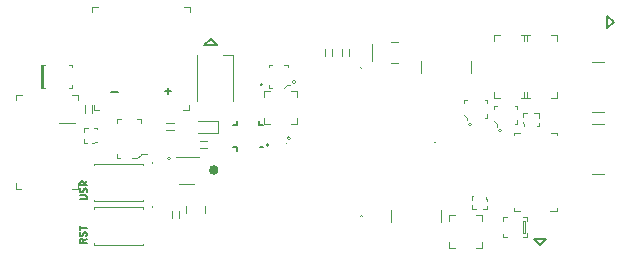
<source format=gbr>
G04 #@! TF.GenerationSoftware,KiCad,Pcbnew,5.1.4+dfsg1-1~bpo10+1*
G04 #@! TF.CreationDate,2020-01-31T15:28:30+01:00*
G04 #@! TF.ProjectId,quicklogic-quick-feather-board,71756963-6b6c-46f6-9769-632d71756963,rev?*
G04 #@! TF.SameCoordinates,Original*
G04 #@! TF.FileFunction,Legend,Top*
G04 #@! TF.FilePolarity,Positive*
%FSLAX46Y46*%
G04 Gerber Fmt 4.6, Leading zero omitted, Abs format (unit mm)*
G04 Created by KiCad (PCBNEW 5.1.4+dfsg1-1~bpo10+1) date 2020-01-31 15:28:30*
%MOMM*%
%LPD*%
G04 APERTURE LIST*
%ADD10C,0.150000*%
%ADD11C,0.100000*%
%ADD12C,0.120000*%
%ADD13C,0.200000*%
%ADD14C,0.400000*%
%ADD15C,0.127000*%
G04 APERTURE END LIST*
D10*
X131766666Y-100750000D02*
X131233333Y-100750000D01*
X136050000Y-100966666D02*
X136050000Y-100433333D01*
X136316666Y-100700000D02*
X135783333Y-100700000D01*
X129151428Y-113218571D02*
X128865714Y-113418571D01*
X129151428Y-113561428D02*
X128551428Y-113561428D01*
X128551428Y-113332857D01*
X128580000Y-113275714D01*
X128608571Y-113247142D01*
X128665714Y-113218571D01*
X128751428Y-113218571D01*
X128808571Y-113247142D01*
X128837142Y-113275714D01*
X128865714Y-113332857D01*
X128865714Y-113561428D01*
X129122857Y-112990000D02*
X129151428Y-112904285D01*
X129151428Y-112761428D01*
X129122857Y-112704285D01*
X129094285Y-112675714D01*
X129037142Y-112647142D01*
X128980000Y-112647142D01*
X128922857Y-112675714D01*
X128894285Y-112704285D01*
X128865714Y-112761428D01*
X128837142Y-112875714D01*
X128808571Y-112932857D01*
X128780000Y-112961428D01*
X128722857Y-112990000D01*
X128665714Y-112990000D01*
X128608571Y-112961428D01*
X128580000Y-112932857D01*
X128551428Y-112875714D01*
X128551428Y-112732857D01*
X128580000Y-112647142D01*
X128551428Y-112475714D02*
X128551428Y-112132857D01*
X129151428Y-112304285D02*
X128551428Y-112304285D01*
X128571428Y-109887142D02*
X129057142Y-109887142D01*
X129114285Y-109858571D01*
X129142857Y-109830000D01*
X129171428Y-109772857D01*
X129171428Y-109658571D01*
X129142857Y-109601428D01*
X129114285Y-109572857D01*
X129057142Y-109544285D01*
X128571428Y-109544285D01*
X129142857Y-109287142D02*
X129171428Y-109201428D01*
X129171428Y-109058571D01*
X129142857Y-109001428D01*
X129114285Y-108972857D01*
X129057142Y-108944285D01*
X129000000Y-108944285D01*
X128942857Y-108972857D01*
X128914285Y-109001428D01*
X128885714Y-109058571D01*
X128857142Y-109172857D01*
X128828571Y-109230000D01*
X128800000Y-109258571D01*
X128742857Y-109287142D01*
X128685714Y-109287142D01*
X128628571Y-109258571D01*
X128600000Y-109230000D01*
X128571428Y-109172857D01*
X128571428Y-109030000D01*
X128600000Y-108944285D01*
X129171428Y-108344285D02*
X128885714Y-108544285D01*
X129171428Y-108687142D02*
X128571428Y-108687142D01*
X128571428Y-108458571D01*
X128600000Y-108401428D01*
X128628571Y-108372857D01*
X128685714Y-108344285D01*
X128771428Y-108344285D01*
X128828571Y-108372857D01*
X128857142Y-108401428D01*
X128885714Y-108458571D01*
X128885714Y-108687142D01*
D11*
X146830000Y-99940000D02*
G75*
G03X146830000Y-99940000I-150000J0D01*
G01*
X144605000Y-98465000D02*
X144855000Y-98465000D01*
X144605000Y-100415000D02*
X144855000Y-100415000D01*
X146105000Y-100215000D02*
X146330000Y-100215000D01*
X145880000Y-100415000D02*
X146105000Y-100215000D01*
X146155000Y-98490000D02*
X145805000Y-98490000D01*
X146155000Y-98665000D02*
X146155000Y-98490000D01*
X144605000Y-98665000D02*
X144605000Y-98465000D01*
X144605000Y-100415000D02*
X144605000Y-100215000D01*
X164290000Y-104060000D02*
G75*
G03X164290000Y-104060000I-150000J0D01*
G01*
X165615000Y-101985000D02*
X165615000Y-102235000D01*
X163665000Y-101985000D02*
X163665000Y-102235000D01*
X163865000Y-103485000D02*
X163865000Y-103710000D01*
X163665000Y-103260000D02*
X163865000Y-103485000D01*
X165590000Y-103535000D02*
X165590000Y-103185000D01*
X165415000Y-103535000D02*
X165590000Y-103535000D01*
X165415000Y-101985000D02*
X165615000Y-101985000D01*
X163665000Y-101985000D02*
X163865000Y-101985000D01*
X161740000Y-103530000D02*
G75*
G03X161740000Y-103530000I-150000J0D01*
G01*
X163065000Y-101455000D02*
X163065000Y-101705000D01*
X161115000Y-101455000D02*
X161115000Y-101705000D01*
X161315000Y-102955000D02*
X161315000Y-103180000D01*
X161115000Y-102730000D02*
X161315000Y-102955000D01*
X163040000Y-103005000D02*
X163040000Y-102655000D01*
X162865000Y-103005000D02*
X163040000Y-103005000D01*
X162865000Y-101455000D02*
X163065000Y-101455000D01*
X161115000Y-101455000D02*
X161315000Y-101455000D01*
X166411100Y-101283600D02*
X166411100Y-100783600D01*
X166411100Y-101283600D02*
X165911100Y-101283600D01*
X166411100Y-95983600D02*
X166411100Y-96483600D01*
X166411100Y-95983600D02*
X165911100Y-95983600D01*
X163611100Y-95983600D02*
X163611100Y-96483600D01*
X163611100Y-95983600D02*
X164111100Y-95983600D01*
X163611100Y-101283600D02*
X163611100Y-100783600D01*
X163611100Y-101283600D02*
X164111100Y-101283600D01*
X166151000Y-101283000D02*
X166651000Y-101283000D01*
X166151000Y-101283000D02*
X166151000Y-100783000D01*
X166151000Y-95983000D02*
X166651000Y-95983000D01*
X166151000Y-95983000D02*
X166151000Y-96483000D01*
X168951000Y-95983000D02*
X168451000Y-95983000D01*
X168951000Y-95983000D02*
X168951000Y-96483000D01*
X168951000Y-101283000D02*
X168451000Y-101283000D01*
X168951000Y-101283000D02*
X168951000Y-100783000D01*
D12*
X140700000Y-97680000D02*
X141500000Y-97680000D01*
X141500000Y-97680000D02*
X141500000Y-101580000D01*
X138500000Y-97680000D02*
X138500000Y-101580000D01*
X172911000Y-103523000D02*
X171911000Y-103523000D01*
X172911000Y-107763000D02*
X171911000Y-107763000D01*
D10*
X167526000Y-113728000D02*
X168051000Y-113203000D01*
X167001000Y-113203000D02*
X167526000Y-113728000D01*
X168051000Y-113203000D02*
X167001000Y-113203000D01*
D13*
X143980000Y-100170000D02*
G75*
G03X143980000Y-100170000I-70000J0D01*
G01*
D11*
X136260000Y-106400000D02*
G75*
G03X136260000Y-106400000I-150000J0D01*
G01*
D12*
X136735000Y-106250000D02*
X138635000Y-106250000D01*
X136960000Y-108550000D02*
X138260000Y-108550000D01*
D14*
X140100000Y-107400000D02*
G75*
G03X140100000Y-107400000I-200000J0D01*
G01*
D11*
X129619100Y-93550000D02*
X129619100Y-94050000D01*
X129619100Y-93550000D02*
X130119100Y-93550000D01*
X137919100Y-93550000D02*
X137419100Y-93550000D01*
X137919100Y-93550000D02*
X137919100Y-94050000D01*
X137819100Y-102350000D02*
X137319100Y-102350000D01*
X137819100Y-102350000D02*
X137819100Y-101850000D01*
X129719100Y-102350000D02*
X130219100Y-102350000D01*
X129719100Y-102350000D02*
X129719100Y-101850000D01*
X128370000Y-101003600D02*
X127870000Y-101003600D01*
X128370000Y-101003600D02*
X128370000Y-101503600D01*
X123120000Y-101003600D02*
X123670000Y-101003600D01*
X123120000Y-101003600D02*
X123120000Y-101503600D01*
X128120000Y-103403600D02*
X126820000Y-103403600D01*
X128370000Y-109003600D02*
X127870000Y-109003600D01*
X128370000Y-109003600D02*
X128370000Y-108503600D01*
X123120000Y-109003600D02*
X123620000Y-109003600D01*
X123120000Y-109003600D02*
X123120000Y-108503600D01*
X125475000Y-98475000D02*
X125475000Y-100425000D01*
X125375000Y-98475000D02*
X125375000Y-100425000D01*
X127925000Y-98475000D02*
X127925000Y-98700000D01*
X127625000Y-98475000D02*
X127925000Y-98475000D01*
X127925000Y-100425000D02*
X127675000Y-100425000D01*
X127925000Y-100175000D02*
X127925000Y-100425000D01*
X125275000Y-98475000D02*
X125275000Y-100425000D01*
X125625000Y-98475000D02*
X125275000Y-98475000D01*
X125625000Y-100425000D02*
X125275000Y-100425000D01*
D12*
X140230000Y-103230000D02*
X138530000Y-103230000D01*
X140230000Y-104030000D02*
X140230000Y-103230000D01*
X140230000Y-104230000D02*
X140230000Y-104030000D01*
X140130000Y-104230000D02*
X140230000Y-104230000D01*
X140030000Y-104230000D02*
X140130000Y-104230000D01*
X140030000Y-104230000D02*
X138530000Y-104230000D01*
X139170000Y-110430000D02*
X139170000Y-111030000D01*
X137570000Y-110410000D02*
X137570000Y-111010000D01*
X128990000Y-102530000D02*
X128990000Y-101930000D01*
X129590000Y-102530000D02*
X129590000Y-101930000D01*
X139350000Y-105500000D02*
X138750000Y-105500000D01*
X139350000Y-104900000D02*
X138750000Y-104900000D01*
X135890000Y-103420000D02*
X136490000Y-103420000D01*
X135890000Y-104020000D02*
X136490000Y-104020000D01*
X136380000Y-111480000D02*
X136380000Y-110880000D01*
X136980000Y-111480000D02*
X136980000Y-110880000D01*
D11*
X155230000Y-96530000D02*
X155530000Y-96530000D01*
X155230000Y-96530000D02*
X154930000Y-96530000D01*
X155230000Y-98330000D02*
X155530000Y-98330000D01*
X155230000Y-98330000D02*
X154930000Y-98330000D01*
X153330000Y-96730000D02*
X153330000Y-98130000D01*
D12*
X149350000Y-97750000D02*
X149350000Y-97150000D01*
X149950000Y-97750000D02*
X149950000Y-97150000D01*
X150740000Y-97750000D02*
X150740000Y-97150000D01*
X151340000Y-97750000D02*
X151340000Y-97150000D01*
D11*
X165360000Y-104243600D02*
X165860000Y-104243600D01*
X165360000Y-104443600D02*
X165360000Y-104243600D01*
X168960000Y-104243600D02*
X168460000Y-104243600D01*
X168960000Y-104443600D02*
X168960000Y-104243600D01*
X168960000Y-110843600D02*
X168360000Y-110843600D01*
X168960000Y-110643600D02*
X168960000Y-110843600D01*
X165360000Y-110643600D02*
X165360000Y-110843600D01*
X165360000Y-110843600D02*
X165860000Y-110843600D01*
D12*
X129730000Y-110550000D02*
X133930000Y-110550000D01*
X129730000Y-110550000D02*
X129730000Y-110670000D01*
X129730000Y-113730000D02*
X129730000Y-113610000D01*
X129730000Y-113750000D02*
X133930000Y-113750000D01*
X133930000Y-113750000D02*
X133930000Y-113650000D01*
X133930000Y-110550000D02*
X133930000Y-110670000D01*
D15*
X134712250Y-110513200D02*
G75*
G03X134712250Y-110513200I-15650J0D01*
G01*
D12*
X129730000Y-106850000D02*
X133930000Y-106850000D01*
X129730000Y-106850000D02*
X129730000Y-106970000D01*
X129730000Y-110030000D02*
X129730000Y-109910000D01*
X129730000Y-110050000D02*
X133930000Y-110050000D01*
X133930000Y-110050000D02*
X133930000Y-109950000D01*
X133930000Y-106850000D02*
X133930000Y-106970000D01*
D15*
X134712250Y-106813200D02*
G75*
G03X134712250Y-106813200I-15650J0D01*
G01*
D10*
X141550000Y-105470000D02*
X141850000Y-105470000D01*
X141850000Y-105470000D02*
X141850000Y-105770000D01*
X141550000Y-103570000D02*
X141850000Y-103570000D01*
X141850000Y-103570000D02*
X141850000Y-103270000D01*
X144050000Y-103570000D02*
X143750000Y-103570000D01*
X143750000Y-103570000D02*
X143750000Y-103270000D01*
X144050000Y-105470000D02*
X143775000Y-105470000D01*
X144536158Y-105270000D02*
G75*
G03X144536158Y-105270000I-76158J0D01*
G01*
D12*
X154870000Y-110760000D02*
X154870000Y-111760000D01*
X159110000Y-110760000D02*
X159110000Y-111760000D01*
D11*
X131700000Y-106055000D02*
X131700000Y-106380000D01*
X131700000Y-106380000D02*
X132000000Y-106380000D01*
X133700000Y-103405000D02*
X133700000Y-103080000D01*
X133700000Y-103080000D02*
X133400000Y-103080000D01*
X131700000Y-103380000D02*
X131700000Y-103080000D01*
X131700000Y-103080000D02*
X132025000Y-103080000D01*
X133375000Y-106380000D02*
X133700000Y-106155000D01*
X133700000Y-106155000D02*
X133700000Y-106055000D01*
X133700000Y-106055000D02*
X134225000Y-106055000D01*
X133375000Y-106380000D02*
X133000000Y-106380000D01*
D12*
X172911000Y-98223000D02*
X171911000Y-98223000D01*
X172911000Y-102463000D02*
X171911000Y-102463000D01*
X157480000Y-98140000D02*
X157480000Y-99140000D01*
X161720000Y-98140000D02*
X161720000Y-99140000D01*
D10*
X173235000Y-94357000D02*
X173235000Y-95407000D01*
X173235000Y-95407000D02*
X173760000Y-94882000D01*
X173760000Y-94882000D02*
X173235000Y-94357000D01*
D11*
X146948100Y-100670000D02*
X146448100Y-100670000D01*
X146948100Y-100670000D02*
X146948100Y-101170000D01*
X144150000Y-100670000D02*
X144650000Y-100670000D01*
X144150000Y-100670000D02*
X144150000Y-101170000D01*
X144150000Y-103470000D02*
X144650000Y-103470000D01*
X144150000Y-103470000D02*
X144150000Y-102970000D01*
X146948100Y-103470000D02*
X146448100Y-103470000D01*
X146948100Y-103470000D02*
X146948100Y-102970000D01*
X162594100Y-111224000D02*
X162094100Y-111224000D01*
X162594100Y-111224000D02*
X162594100Y-111724000D01*
X159796000Y-111224000D02*
X160296000Y-111224000D01*
X159796000Y-111224000D02*
X159796000Y-111724000D01*
X159796000Y-114024000D02*
X160296000Y-114024000D01*
X159796000Y-114024000D02*
X159796000Y-113524000D01*
X162594100Y-114024000D02*
X162094100Y-114024000D01*
X162594100Y-114024000D02*
X162594100Y-113524000D01*
X146407276Y-104701034D02*
G75*
G03X146407276Y-104701034I-148660J0D01*
G01*
D12*
X146066750Y-105060711D02*
X145996039Y-105131421D01*
X152360000Y-111212540D02*
X152430711Y-111283250D01*
X152289289Y-111283250D02*
X152360000Y-111212540D01*
X158582540Y-104990000D02*
X158653250Y-105060711D01*
X158653250Y-104919289D02*
X158582540Y-104990000D01*
X152360000Y-98767460D02*
X152289289Y-98696750D01*
X152430711Y-98696750D02*
X152360000Y-98767460D01*
D10*
X139636000Y-96278000D02*
X139111000Y-96803000D01*
X139111000Y-96803000D02*
X140161000Y-96803000D01*
X140161000Y-96803000D02*
X139636000Y-96278000D01*
D11*
X161730000Y-110720000D02*
X161730000Y-110345000D01*
X162130000Y-110720000D02*
X161730000Y-110720000D01*
X161730000Y-109620000D02*
X161830000Y-109620000D01*
X161730000Y-109895000D02*
X161730000Y-109620000D01*
X163030000Y-110720000D02*
X163030000Y-110445000D01*
X162705000Y-110720000D02*
X163030000Y-110720000D01*
X162955000Y-109795000D02*
X162955000Y-109645000D01*
X163030000Y-109895000D02*
X162955000Y-109795000D01*
X163030000Y-109895000D02*
X163030000Y-110020000D01*
X167400000Y-102590000D02*
X167400000Y-102965000D01*
X167000000Y-102590000D02*
X167400000Y-102590000D01*
X167400000Y-103690000D02*
X167300000Y-103690000D01*
X167400000Y-103415000D02*
X167400000Y-103690000D01*
X166100000Y-102590000D02*
X166100000Y-102865000D01*
X166425000Y-102590000D02*
X166100000Y-102590000D01*
X166175000Y-103515000D02*
X166175000Y-103665000D01*
X166100000Y-103415000D02*
X166175000Y-103515000D01*
X166100000Y-103415000D02*
X166100000Y-103290000D01*
X128900000Y-103800000D02*
X129275000Y-103800000D01*
X128900000Y-104200000D02*
X128900000Y-103800000D01*
X130000000Y-103800000D02*
X130000000Y-103900000D01*
X129725000Y-103800000D02*
X130000000Y-103800000D01*
X128900000Y-105100000D02*
X129175000Y-105100000D01*
X128900000Y-104775000D02*
X128900000Y-105100000D01*
X129825000Y-105025000D02*
X129975000Y-105025000D01*
X129725000Y-105100000D02*
X129825000Y-105025000D01*
X129725000Y-105100000D02*
X129600000Y-105100000D01*
X166445000Y-113045000D02*
X166445000Y-112745000D01*
X166070000Y-113045000D02*
X166445000Y-113045000D01*
X164395000Y-113045000D02*
X164395000Y-112770000D01*
X164720000Y-113045000D02*
X164395000Y-113045000D01*
X164395000Y-111395000D02*
X164695000Y-111395000D01*
X164395000Y-111720000D02*
X164395000Y-111395000D01*
X166070000Y-111405000D02*
X166445000Y-111405000D01*
X166445000Y-111705000D02*
X166445000Y-111405000D01*
X166120000Y-112720000D02*
X166220000Y-112720000D01*
X166120000Y-111720000D02*
X166120000Y-112720000D01*
X166220000Y-111720000D02*
X166120000Y-111720000D01*
X166220000Y-112720000D02*
X166220000Y-111720000D01*
M02*

</source>
